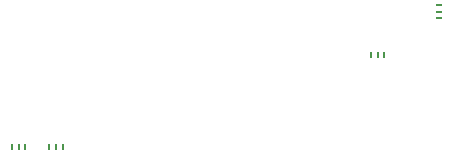
<source format=gbr>
G04 DipTrace 2.4.0.2*
%INBottomPaste.gbr*%
%MOIN*%
%ADD59R,0.024X0.008*%
%ADD61R,0.008X0.024*%
%FSLAX44Y44*%
G04*
G70*
G90*
G75*
G01*
%LNBotPaste*%
%LPD*%
D61*
X13663Y5193D3*
X13443D3*
X13223D3*
X14473D3*
X14693D3*
X14913D3*
D59*
X27443Y9473D3*
Y9693D3*
Y9913D3*
D61*
X25630Y8255D3*
X25410D3*
X25190D3*
M02*

</source>
